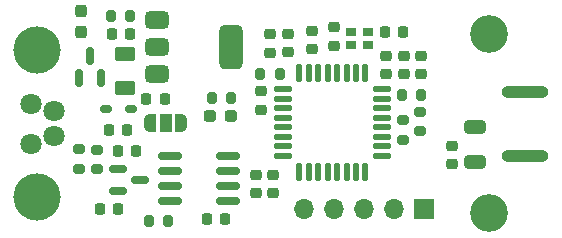
<source format=gbr>
%TF.GenerationSoftware,KiCad,Pcbnew,8.0.8*%
%TF.CreationDate,2025-02-03T14:21:18+01:00*%
%TF.ProjectId,TTS,5454532e-6b69-4636-9164-5f7063625858,rev?*%
%TF.SameCoordinates,PX2255100PY2ebae40*%
%TF.FileFunction,Soldermask,Top*%
%TF.FilePolarity,Negative*%
%FSLAX46Y46*%
G04 Gerber Fmt 4.6, Leading zero omitted, Abs format (unit mm)*
G04 Created by KiCad (PCBNEW 8.0.8) date 2025-02-03 14:21:18*
%MOMM*%
%LPD*%
G01*
G04 APERTURE LIST*
G04 Aperture macros list*
%AMRoundRect*
0 Rectangle with rounded corners*
0 $1 Rounding radius*
0 $2 $3 $4 $5 $6 $7 $8 $9 X,Y pos of 4 corners*
0 Add a 4 corners polygon primitive as box body*
4,1,4,$2,$3,$4,$5,$6,$7,$8,$9,$2,$3,0*
0 Add four circle primitives for the rounded corners*
1,1,$1+$1,$2,$3*
1,1,$1+$1,$4,$5*
1,1,$1+$1,$6,$7*
1,1,$1+$1,$8,$9*
0 Add four rect primitives between the rounded corners*
20,1,$1+$1,$2,$3,$4,$5,0*
20,1,$1+$1,$4,$5,$6,$7,0*
20,1,$1+$1,$6,$7,$8,$9,0*
20,1,$1+$1,$8,$9,$2,$3,0*%
%AMFreePoly0*
4,1,19,0.550000,-0.750000,0.000000,-0.750000,0.000000,-0.744911,-0.071157,-0.744911,-0.207708,-0.704816,-0.327430,-0.627875,-0.420627,-0.520320,-0.479746,-0.390866,-0.500000,-0.250000,-0.500000,0.250000,-0.479746,0.390866,-0.420627,0.520320,-0.327430,0.627875,-0.207708,0.704816,-0.071157,0.744911,0.000000,0.744911,0.000000,0.750000,0.550000,0.750000,0.550000,-0.750000,0.550000,-0.750000,
$1*%
%AMFreePoly1*
4,1,19,0.000000,0.744911,0.071157,0.744911,0.207708,0.704816,0.327430,0.627875,0.420627,0.520320,0.479746,0.390866,0.500000,0.250000,0.500000,-0.250000,0.479746,-0.390866,0.420627,-0.520320,0.327430,-0.627875,0.207708,-0.704816,0.071157,-0.744911,0.000000,-0.744911,0.000000,-0.750000,-0.550000,-0.750000,-0.550000,0.750000,0.000000,0.750000,0.000000,0.744911,0.000000,0.744911,
$1*%
G04 Aperture macros list end*
%ADD10RoundRect,0.150000X-0.587500X-0.150000X0.587500X-0.150000X0.587500X0.150000X-0.587500X0.150000X0*%
%ADD11RoundRect,0.225000X0.225000X0.250000X-0.225000X0.250000X-0.225000X-0.250000X0.225000X-0.250000X0*%
%ADD12R,1.700000X1.700000*%
%ADD13O,1.700000X1.700000*%
%ADD14R,0.900000X0.800000*%
%ADD15C,1.800000*%
%ADD16C,4.000000*%
%ADD17RoundRect,0.225000X-0.225000X-0.250000X0.225000X-0.250000X0.225000X0.250000X-0.225000X0.250000X0*%
%ADD18C,3.200000*%
%ADD19RoundRect,0.150000X0.325000X0.150000X-0.325000X0.150000X-0.325000X-0.150000X0.325000X-0.150000X0*%
%ADD20O,4.000000X1.000000*%
%ADD21RoundRect,0.150000X0.825000X0.150000X-0.825000X0.150000X-0.825000X-0.150000X0.825000X-0.150000X0*%
%ADD22RoundRect,0.237500X-0.287500X-0.237500X0.287500X-0.237500X0.287500X0.237500X-0.287500X0.237500X0*%
%ADD23RoundRect,0.150000X0.150000X-0.587500X0.150000X0.587500X-0.150000X0.587500X-0.150000X-0.587500X0*%
%ADD24RoundRect,0.200000X0.275000X-0.200000X0.275000X0.200000X-0.275000X0.200000X-0.275000X-0.200000X0*%
%ADD25RoundRect,0.200000X0.200000X0.275000X-0.200000X0.275000X-0.200000X-0.275000X0.200000X-0.275000X0*%
%ADD26RoundRect,0.200000X-0.200000X-0.275000X0.200000X-0.275000X0.200000X0.275000X-0.200000X0.275000X0*%
%ADD27RoundRect,0.125000X-0.125000X0.625000X-0.125000X-0.625000X0.125000X-0.625000X0.125000X0.625000X0*%
%ADD28RoundRect,0.125000X-0.625000X0.125000X-0.625000X-0.125000X0.625000X-0.125000X0.625000X0.125000X0*%
%ADD29RoundRect,0.237500X0.237500X-0.287500X0.237500X0.287500X-0.237500X0.287500X-0.237500X-0.287500X0*%
%ADD30RoundRect,0.225000X0.250000X-0.225000X0.250000X0.225000X-0.250000X0.225000X-0.250000X-0.225000X0*%
%ADD31RoundRect,0.218750X0.256250X-0.218750X0.256250X0.218750X-0.256250X0.218750X-0.256250X-0.218750X0*%
%ADD32RoundRect,0.250000X-0.625000X0.375000X-0.625000X-0.375000X0.625000X-0.375000X0.625000X0.375000X0*%
%ADD33RoundRect,0.225000X-0.250000X0.225000X-0.250000X-0.225000X0.250000X-0.225000X0.250000X0.225000X0*%
%ADD34FreePoly0,180.000000*%
%ADD35R,1.000000X1.500000*%
%ADD36FreePoly1,180.000000*%
%ADD37RoundRect,0.375000X-0.625000X-0.375000X0.625000X-0.375000X0.625000X0.375000X-0.625000X0.375000X0*%
%ADD38RoundRect,0.500000X-0.500000X-1.400000X0.500000X-1.400000X0.500000X1.400000X-0.500000X1.400000X0*%
%ADD39RoundRect,0.250000X0.650000X-0.325000X0.650000X0.325000X-0.650000X0.325000X-0.650000X-0.325000X0*%
%ADD40RoundRect,0.200000X-0.275000X0.200000X-0.275000X-0.200000X0.275000X-0.200000X0.275000X0.200000X0*%
G04 APERTURE END LIST*
D10*
%TO.C,D3*%
X109572500Y4160000D03*
X109572500Y2260000D03*
X111447500Y3210000D03*
%TD*%
D11*
%TO.C,C12*%
X110320000Y7430000D03*
X108770000Y7430000D03*
%TD*%
D12*
%TO.C,J2*%
X135440000Y810000D03*
D13*
X132900000Y810000D03*
X130360001Y810000D03*
X127820000Y810000D03*
X125280000Y810000D03*
%TD*%
D14*
%TO.C,Y1*%
X129285000Y14640000D03*
X130685000Y14640000D03*
X130685000Y15740000D03*
X129285000Y15740000D03*
%TD*%
D15*
%TO.C,J1*%
X102200000Y6300000D03*
X104150000Y6925000D03*
X102200000Y9700000D03*
X104150000Y9075000D03*
D16*
X102700000Y14250000D03*
X102700000Y1750000D03*
%TD*%
D17*
%TO.C,C15*%
X117085000Y-100000D03*
X118635000Y-100000D03*
%TD*%
D18*
%TO.C,H1*%
X141000000Y15600000D03*
%TD*%
D19*
%TO.C,D1*%
X110620000Y9230000D03*
X108520000Y9230000D03*
%TD*%
D20*
%TO.C,U2*%
X144000000Y10700000D03*
X144000000Y5300000D03*
%TD*%
D21*
%TO.C,U4*%
X118870000Y1455000D03*
X118870000Y2725000D03*
X118870000Y3995000D03*
X118870000Y5265000D03*
X113920000Y5265000D03*
X113920000Y3995000D03*
X113920000Y2725000D03*
X113920000Y1455000D03*
%TD*%
D22*
%TO.C,5V*%
X117377500Y8650000D03*
X119127500Y8650000D03*
%TD*%
D23*
%TO.C,D4*%
X108160000Y11892500D03*
X107210000Y13767500D03*
X106260000Y11892500D03*
%TD*%
D24*
%TO.C,R1*%
X133670000Y6625000D03*
X133670000Y8275000D03*
%TD*%
D18*
%TO.C,H3*%
X141000000Y400000D03*
%TD*%
D25*
%TO.C,R3*%
X113825000Y-210000D03*
X112175000Y-210000D03*
%TD*%
D24*
%TO.C,R2*%
X135135000Y7345000D03*
X135135000Y8995000D03*
%TD*%
D26*
%TO.C,R9*%
X117485000Y10150000D03*
X119135000Y10150000D03*
%TD*%
D27*
%TO.C,U5*%
X130510000Y12275000D03*
X129710000Y12275000D03*
X128910000Y12275000D03*
X128110000Y12275000D03*
X127310000Y12275000D03*
X126510000Y12275000D03*
X125710000Y12275000D03*
X124910000Y12275000D03*
D28*
X123535000Y10900000D03*
X123535000Y10100000D03*
X123535000Y9300000D03*
X123535000Y8500000D03*
X123535000Y7700000D03*
X123535000Y6900000D03*
X123535000Y6100000D03*
X123535000Y5300000D03*
D27*
X124910000Y3925000D03*
X125710000Y3925000D03*
X126510000Y3925000D03*
X127310000Y3925000D03*
X128110000Y3925000D03*
X128910000Y3925000D03*
X129710000Y3925000D03*
X130510000Y3925000D03*
D28*
X131885000Y5300000D03*
X131885000Y6100000D03*
X131885000Y6900000D03*
X131885000Y7700000D03*
X131885000Y8500000D03*
X131885000Y9300000D03*
X131885000Y10100000D03*
X131885000Y10900000D03*
%TD*%
D29*
%TO.C,3V*%
X106440000Y15765000D03*
X106440000Y17515000D03*
%TD*%
D30*
%TO.C,C6*%
X132275000Y12185000D03*
X132275000Y13735000D03*
%TD*%
D11*
%TO.C,C14*%
X111095000Y5690000D03*
X109545000Y5690000D03*
%TD*%
D31*
%TO.C,D2*%
X121685000Y9162500D03*
X121685000Y10737500D03*
%TD*%
D32*
%TO.C,F1*%
X110130000Y13860000D03*
X110130000Y11060000D03*
%TD*%
D25*
%TO.C,R5*%
X110605000Y17090000D03*
X108955000Y17090000D03*
%TD*%
D33*
%TO.C,C17*%
X121250000Y3645000D03*
X121250000Y2095000D03*
%TD*%
D24*
%TO.C,R8*%
X107740000Y4155000D03*
X107740000Y5805000D03*
%TD*%
D26*
%TO.C,R4*%
X133570000Y10420000D03*
X135220000Y10420000D03*
%TD*%
D30*
%TO.C,C8*%
X122455000Y14015000D03*
X122455000Y15565000D03*
%TD*%
D34*
%TO.C,JP1*%
X114890000Y8017500D03*
D35*
X113590000Y8017500D03*
D36*
X112290000Y8017500D03*
%TD*%
D30*
%TO.C,C10*%
X127830000Y14615000D03*
X127830000Y16165000D03*
%TD*%
%TO.C,C4*%
X137850000Y4565000D03*
X137850000Y6115000D03*
%TD*%
D37*
%TO.C,U1*%
X112850000Y16810000D03*
X112850000Y14510000D03*
D38*
X119150000Y14510000D03*
D37*
X112850000Y12210000D03*
%TD*%
D39*
%TO.C,C11*%
X139760000Y4780000D03*
X139760000Y7730000D03*
%TD*%
D11*
%TO.C,C9*%
X133675000Y15750000D03*
X132125000Y15750000D03*
%TD*%
D33*
%TO.C,C18*%
X122710000Y3645000D03*
X122710000Y2095000D03*
%TD*%
D17*
%TO.C,C1*%
X111955000Y10080000D03*
X113505000Y10080000D03*
%TD*%
D25*
%TO.C,R6*%
X123270000Y12230000D03*
X121620000Y12230000D03*
%TD*%
D30*
%TO.C,C16*%
X123945000Y14025000D03*
X123945000Y15575000D03*
%TD*%
D40*
%TO.C,R7*%
X106220000Y5815000D03*
X106220000Y4165000D03*
%TD*%
D11*
%TO.C,C2*%
X110605000Y15560000D03*
X109055000Y15560000D03*
%TD*%
D33*
%TO.C,C3*%
X126025000Y15875000D03*
X126025000Y14325000D03*
%TD*%
D30*
%TO.C,C7*%
X133755000Y12185000D03*
X133755000Y13735000D03*
%TD*%
D11*
%TO.C,C13*%
X109555000Y740000D03*
X108005000Y740000D03*
%TD*%
D30*
%TO.C,C5*%
X135225000Y12185000D03*
X135225000Y13735000D03*
%TD*%
M02*

</source>
